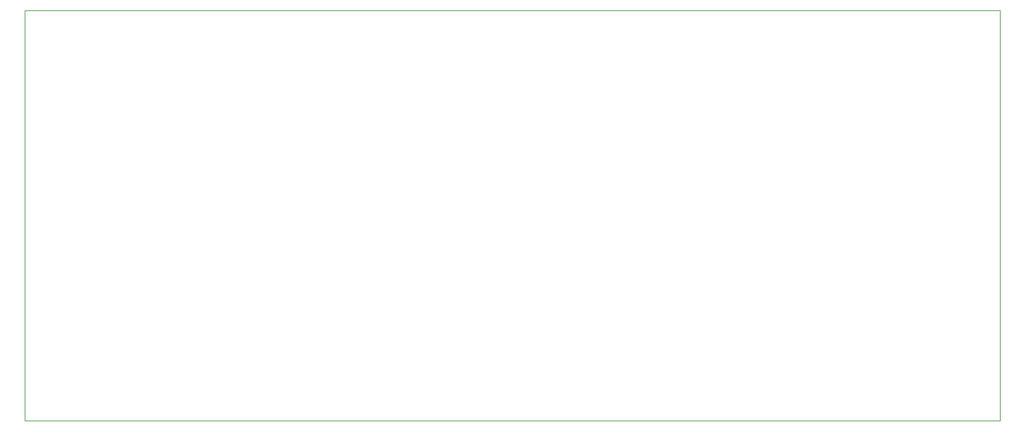
<source format=gm1>
G04 #@! TF.GenerationSoftware,KiCad,Pcbnew,9.0.3*
G04 #@! TF.CreationDate,2026-01-03T08:49:13-08:00*
G04 #@! TF.ProjectId,ir-remote,69722d72-656d-46f7-9465-2e6b69636164,rev?*
G04 #@! TF.SameCoordinates,Original*
G04 #@! TF.FileFunction,Profile,NP*
%FSLAX46Y46*%
G04 Gerber Fmt 4.6, Leading zero omitted, Abs format (unit mm)*
G04 Created by KiCad (PCBNEW 9.0.3) date 2026-01-03 08:49:13*
%MOMM*%
%LPD*%
G01*
G04 APERTURE LIST*
G04 #@! TA.AperFunction,Profile*
%ADD10C,0.050000*%
G04 #@! TD*
G04 APERTURE END LIST*
D10*
X127330000Y0D02*
X330000Y0D01*
X330000Y53480000D02*
X127330000Y53480000D01*
X330000Y0D02*
X330000Y53480000D01*
X127330000Y53480000D02*
X127330000Y0D01*
M02*

</source>
